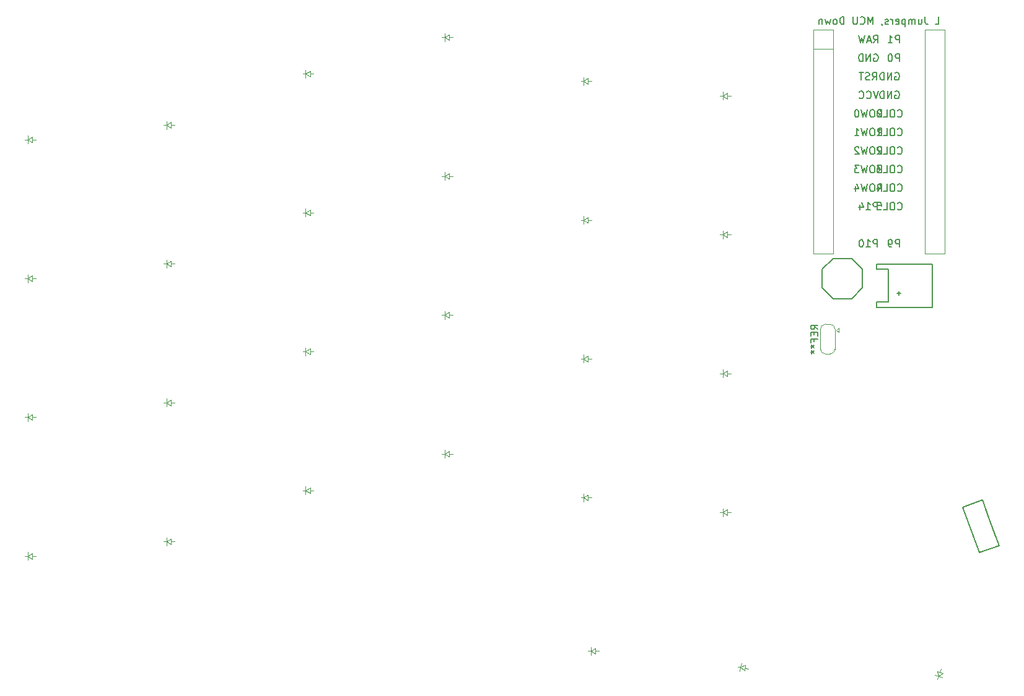
<source format=gbr>
%TF.GenerationSoftware,KiCad,Pcbnew,8.0.5-8.0.5-0~ubuntu20.04.1*%
%TF.CreationDate,2024-10-07T16:46:15+02:00*%
%TF.ProjectId,keyboard_pcb,6b657962-6f61-4726-945f-7063622e6b69,v1.0.0*%
%TF.SameCoordinates,Original*%
%TF.FileFunction,Legend,Bot*%
%TF.FilePolarity,Positive*%
%FSLAX46Y46*%
G04 Gerber Fmt 4.6, Leading zero omitted, Abs format (unit mm)*
G04 Created by KiCad (PCBNEW 8.0.5-8.0.5-0~ubuntu20.04.1) date 2024-10-07 16:46:15*
%MOMM*%
%LPD*%
G01*
G04 APERTURE LIST*
%ADD10C,0.150000*%
%ADD11C,0.100000*%
%ADD12C,0.120000*%
G04 APERTURE END LIST*
D10*
X215811904Y-97454819D02*
X216145237Y-96978628D01*
X216383332Y-97454819D02*
X216383332Y-96454819D01*
X216383332Y-96454819D02*
X216002380Y-96454819D01*
X216002380Y-96454819D02*
X215907142Y-96502438D01*
X215907142Y-96502438D02*
X215859523Y-96550057D01*
X215859523Y-96550057D02*
X215811904Y-96645295D01*
X215811904Y-96645295D02*
X215811904Y-96788152D01*
X215811904Y-96788152D02*
X215859523Y-96883390D01*
X215859523Y-96883390D02*
X215907142Y-96931009D01*
X215907142Y-96931009D02*
X216002380Y-96978628D01*
X216002380Y-96978628D02*
X216383332Y-96978628D01*
X215192856Y-96454819D02*
X215002380Y-96454819D01*
X215002380Y-96454819D02*
X214907142Y-96502438D01*
X214907142Y-96502438D02*
X214811904Y-96597676D01*
X214811904Y-96597676D02*
X214764285Y-96788152D01*
X214764285Y-96788152D02*
X214764285Y-97121485D01*
X214764285Y-97121485D02*
X214811904Y-97311961D01*
X214811904Y-97311961D02*
X214907142Y-97407200D01*
X214907142Y-97407200D02*
X215002380Y-97454819D01*
X215002380Y-97454819D02*
X215192856Y-97454819D01*
X215192856Y-97454819D02*
X215288094Y-97407200D01*
X215288094Y-97407200D02*
X215383332Y-97311961D01*
X215383332Y-97311961D02*
X215430951Y-97121485D01*
X215430951Y-97121485D02*
X215430951Y-96788152D01*
X215430951Y-96788152D02*
X215383332Y-96597676D01*
X215383332Y-96597676D02*
X215288094Y-96502438D01*
X215288094Y-96502438D02*
X215192856Y-96454819D01*
X214430951Y-96454819D02*
X214192856Y-97454819D01*
X214192856Y-97454819D02*
X214002380Y-96740533D01*
X214002380Y-96740533D02*
X213811904Y-97454819D01*
X213811904Y-97454819D02*
X213573809Y-96454819D01*
X212669047Y-97454819D02*
X213240475Y-97454819D01*
X212954761Y-97454819D02*
X212954761Y-96454819D01*
X212954761Y-96454819D02*
X213049999Y-96597676D01*
X213049999Y-96597676D02*
X213145237Y-96692914D01*
X213145237Y-96692914D02*
X213240475Y-96740533D01*
X218545238Y-107519580D02*
X218592857Y-107567200D01*
X218592857Y-107567200D02*
X218735714Y-107614819D01*
X218735714Y-107614819D02*
X218830952Y-107614819D01*
X218830952Y-107614819D02*
X218973809Y-107567200D01*
X218973809Y-107567200D02*
X219069047Y-107471961D01*
X219069047Y-107471961D02*
X219116666Y-107376723D01*
X219116666Y-107376723D02*
X219164285Y-107186247D01*
X219164285Y-107186247D02*
X219164285Y-107043390D01*
X219164285Y-107043390D02*
X219116666Y-106852914D01*
X219116666Y-106852914D02*
X219069047Y-106757676D01*
X219069047Y-106757676D02*
X218973809Y-106662438D01*
X218973809Y-106662438D02*
X218830952Y-106614819D01*
X218830952Y-106614819D02*
X218735714Y-106614819D01*
X218735714Y-106614819D02*
X218592857Y-106662438D01*
X218592857Y-106662438D02*
X218545238Y-106710057D01*
X217926190Y-106614819D02*
X217735714Y-106614819D01*
X217735714Y-106614819D02*
X217640476Y-106662438D01*
X217640476Y-106662438D02*
X217545238Y-106757676D01*
X217545238Y-106757676D02*
X217497619Y-106948152D01*
X217497619Y-106948152D02*
X217497619Y-107281485D01*
X217497619Y-107281485D02*
X217545238Y-107471961D01*
X217545238Y-107471961D02*
X217640476Y-107567200D01*
X217640476Y-107567200D02*
X217735714Y-107614819D01*
X217735714Y-107614819D02*
X217926190Y-107614819D01*
X217926190Y-107614819D02*
X218021428Y-107567200D01*
X218021428Y-107567200D02*
X218116666Y-107471961D01*
X218116666Y-107471961D02*
X218164285Y-107281485D01*
X218164285Y-107281485D02*
X218164285Y-106948152D01*
X218164285Y-106948152D02*
X218116666Y-106757676D01*
X218116666Y-106757676D02*
X218021428Y-106662438D01*
X218021428Y-106662438D02*
X217926190Y-106614819D01*
X216592857Y-107614819D02*
X217069047Y-107614819D01*
X217069047Y-107614819D02*
X217069047Y-106614819D01*
X215783333Y-106614819D02*
X216259523Y-106614819D01*
X216259523Y-106614819D02*
X216307142Y-107091009D01*
X216307142Y-107091009D02*
X216259523Y-107043390D01*
X216259523Y-107043390D02*
X216164285Y-106995771D01*
X216164285Y-106995771D02*
X215926190Y-106995771D01*
X215926190Y-106995771D02*
X215830952Y-107043390D01*
X215830952Y-107043390D02*
X215783333Y-107091009D01*
X215783333Y-107091009D02*
X215735714Y-107186247D01*
X215735714Y-107186247D02*
X215735714Y-107424342D01*
X215735714Y-107424342D02*
X215783333Y-107519580D01*
X215783333Y-107519580D02*
X215830952Y-107567200D01*
X215830952Y-107567200D02*
X215926190Y-107614819D01*
X215926190Y-107614819D02*
X216164285Y-107614819D01*
X216164285Y-107614819D02*
X216259523Y-107567200D01*
X216259523Y-107567200D02*
X216307142Y-107519580D01*
X218778094Y-87294819D02*
X218778094Y-86294819D01*
X218778094Y-86294819D02*
X218397142Y-86294819D01*
X218397142Y-86294819D02*
X218301904Y-86342438D01*
X218301904Y-86342438D02*
X218254285Y-86390057D01*
X218254285Y-86390057D02*
X218206666Y-86485295D01*
X218206666Y-86485295D02*
X218206666Y-86628152D01*
X218206666Y-86628152D02*
X218254285Y-86723390D01*
X218254285Y-86723390D02*
X218301904Y-86771009D01*
X218301904Y-86771009D02*
X218397142Y-86818628D01*
X218397142Y-86818628D02*
X218778094Y-86818628D01*
X217587618Y-86294819D02*
X217492380Y-86294819D01*
X217492380Y-86294819D02*
X217397142Y-86342438D01*
X217397142Y-86342438D02*
X217349523Y-86390057D01*
X217349523Y-86390057D02*
X217301904Y-86485295D01*
X217301904Y-86485295D02*
X217254285Y-86675771D01*
X217254285Y-86675771D02*
X217254285Y-86913866D01*
X217254285Y-86913866D02*
X217301904Y-87104342D01*
X217301904Y-87104342D02*
X217349523Y-87199580D01*
X217349523Y-87199580D02*
X217397142Y-87247200D01*
X217397142Y-87247200D02*
X217492380Y-87294819D01*
X217492380Y-87294819D02*
X217587618Y-87294819D01*
X217587618Y-87294819D02*
X217682856Y-87247200D01*
X217682856Y-87247200D02*
X217730475Y-87199580D01*
X217730475Y-87199580D02*
X217778094Y-87104342D01*
X217778094Y-87104342D02*
X217825713Y-86913866D01*
X217825713Y-86913866D02*
X217825713Y-86675771D01*
X217825713Y-86675771D02*
X217778094Y-86485295D01*
X217778094Y-86485295D02*
X217730475Y-86390057D01*
X217730475Y-86390057D02*
X217682856Y-86342438D01*
X217682856Y-86342438D02*
X217587618Y-86294819D01*
X215311904Y-86342438D02*
X215407142Y-86294819D01*
X215407142Y-86294819D02*
X215549999Y-86294819D01*
X215549999Y-86294819D02*
X215692856Y-86342438D01*
X215692856Y-86342438D02*
X215788094Y-86437676D01*
X215788094Y-86437676D02*
X215835713Y-86532914D01*
X215835713Y-86532914D02*
X215883332Y-86723390D01*
X215883332Y-86723390D02*
X215883332Y-86866247D01*
X215883332Y-86866247D02*
X215835713Y-87056723D01*
X215835713Y-87056723D02*
X215788094Y-87151961D01*
X215788094Y-87151961D02*
X215692856Y-87247200D01*
X215692856Y-87247200D02*
X215549999Y-87294819D01*
X215549999Y-87294819D02*
X215454761Y-87294819D01*
X215454761Y-87294819D02*
X215311904Y-87247200D01*
X215311904Y-87247200D02*
X215264285Y-87199580D01*
X215264285Y-87199580D02*
X215264285Y-86866247D01*
X215264285Y-86866247D02*
X215454761Y-86866247D01*
X214835713Y-87294819D02*
X214835713Y-86294819D01*
X214835713Y-86294819D02*
X214264285Y-87294819D01*
X214264285Y-87294819D02*
X214264285Y-86294819D01*
X213788094Y-87294819D02*
X213788094Y-86294819D01*
X213788094Y-86294819D02*
X213549999Y-86294819D01*
X213549999Y-86294819D02*
X213407142Y-86342438D01*
X213407142Y-86342438D02*
X213311904Y-86437676D01*
X213311904Y-86437676D02*
X213264285Y-86532914D01*
X213264285Y-86532914D02*
X213216666Y-86723390D01*
X213216666Y-86723390D02*
X213216666Y-86866247D01*
X213216666Y-86866247D02*
X213264285Y-87056723D01*
X213264285Y-87056723D02*
X213311904Y-87151961D01*
X213311904Y-87151961D02*
X213407142Y-87247200D01*
X213407142Y-87247200D02*
X213549999Y-87294819D01*
X213549999Y-87294819D02*
X213788094Y-87294819D01*
X215811904Y-102534819D02*
X216145237Y-102058628D01*
X216383332Y-102534819D02*
X216383332Y-101534819D01*
X216383332Y-101534819D02*
X216002380Y-101534819D01*
X216002380Y-101534819D02*
X215907142Y-101582438D01*
X215907142Y-101582438D02*
X215859523Y-101630057D01*
X215859523Y-101630057D02*
X215811904Y-101725295D01*
X215811904Y-101725295D02*
X215811904Y-101868152D01*
X215811904Y-101868152D02*
X215859523Y-101963390D01*
X215859523Y-101963390D02*
X215907142Y-102011009D01*
X215907142Y-102011009D02*
X216002380Y-102058628D01*
X216002380Y-102058628D02*
X216383332Y-102058628D01*
X215192856Y-101534819D02*
X215002380Y-101534819D01*
X215002380Y-101534819D02*
X214907142Y-101582438D01*
X214907142Y-101582438D02*
X214811904Y-101677676D01*
X214811904Y-101677676D02*
X214764285Y-101868152D01*
X214764285Y-101868152D02*
X214764285Y-102201485D01*
X214764285Y-102201485D02*
X214811904Y-102391961D01*
X214811904Y-102391961D02*
X214907142Y-102487200D01*
X214907142Y-102487200D02*
X215002380Y-102534819D01*
X215002380Y-102534819D02*
X215192856Y-102534819D01*
X215192856Y-102534819D02*
X215288094Y-102487200D01*
X215288094Y-102487200D02*
X215383332Y-102391961D01*
X215383332Y-102391961D02*
X215430951Y-102201485D01*
X215430951Y-102201485D02*
X215430951Y-101868152D01*
X215430951Y-101868152D02*
X215383332Y-101677676D01*
X215383332Y-101677676D02*
X215288094Y-101582438D01*
X215288094Y-101582438D02*
X215192856Y-101534819D01*
X214430951Y-101534819D02*
X214192856Y-102534819D01*
X214192856Y-102534819D02*
X214002380Y-101820533D01*
X214002380Y-101820533D02*
X213811904Y-102534819D01*
X213811904Y-102534819D02*
X213573809Y-101534819D01*
X213288094Y-101534819D02*
X212669047Y-101534819D01*
X212669047Y-101534819D02*
X213002380Y-101915771D01*
X213002380Y-101915771D02*
X212859523Y-101915771D01*
X212859523Y-101915771D02*
X212764285Y-101963390D01*
X212764285Y-101963390D02*
X212716666Y-102011009D01*
X212716666Y-102011009D02*
X212669047Y-102106247D01*
X212669047Y-102106247D02*
X212669047Y-102344342D01*
X212669047Y-102344342D02*
X212716666Y-102439580D01*
X212716666Y-102439580D02*
X212764285Y-102487200D01*
X212764285Y-102487200D02*
X212859523Y-102534819D01*
X212859523Y-102534819D02*
X213145237Y-102534819D01*
X213145237Y-102534819D02*
X213240475Y-102487200D01*
X213240475Y-102487200D02*
X213288094Y-102439580D01*
X218545238Y-99899580D02*
X218592857Y-99947200D01*
X218592857Y-99947200D02*
X218735714Y-99994819D01*
X218735714Y-99994819D02*
X218830952Y-99994819D01*
X218830952Y-99994819D02*
X218973809Y-99947200D01*
X218973809Y-99947200D02*
X219069047Y-99851961D01*
X219069047Y-99851961D02*
X219116666Y-99756723D01*
X219116666Y-99756723D02*
X219164285Y-99566247D01*
X219164285Y-99566247D02*
X219164285Y-99423390D01*
X219164285Y-99423390D02*
X219116666Y-99232914D01*
X219116666Y-99232914D02*
X219069047Y-99137676D01*
X219069047Y-99137676D02*
X218973809Y-99042438D01*
X218973809Y-99042438D02*
X218830952Y-98994819D01*
X218830952Y-98994819D02*
X218735714Y-98994819D01*
X218735714Y-98994819D02*
X218592857Y-99042438D01*
X218592857Y-99042438D02*
X218545238Y-99090057D01*
X217926190Y-98994819D02*
X217735714Y-98994819D01*
X217735714Y-98994819D02*
X217640476Y-99042438D01*
X217640476Y-99042438D02*
X217545238Y-99137676D01*
X217545238Y-99137676D02*
X217497619Y-99328152D01*
X217497619Y-99328152D02*
X217497619Y-99661485D01*
X217497619Y-99661485D02*
X217545238Y-99851961D01*
X217545238Y-99851961D02*
X217640476Y-99947200D01*
X217640476Y-99947200D02*
X217735714Y-99994819D01*
X217735714Y-99994819D02*
X217926190Y-99994819D01*
X217926190Y-99994819D02*
X218021428Y-99947200D01*
X218021428Y-99947200D02*
X218116666Y-99851961D01*
X218116666Y-99851961D02*
X218164285Y-99661485D01*
X218164285Y-99661485D02*
X218164285Y-99328152D01*
X218164285Y-99328152D02*
X218116666Y-99137676D01*
X218116666Y-99137676D02*
X218021428Y-99042438D01*
X218021428Y-99042438D02*
X217926190Y-98994819D01*
X216592857Y-99994819D02*
X217069047Y-99994819D01*
X217069047Y-99994819D02*
X217069047Y-98994819D01*
X216307142Y-99090057D02*
X216259523Y-99042438D01*
X216259523Y-99042438D02*
X216164285Y-98994819D01*
X216164285Y-98994819D02*
X215926190Y-98994819D01*
X215926190Y-98994819D02*
X215830952Y-99042438D01*
X215830952Y-99042438D02*
X215783333Y-99090057D01*
X215783333Y-99090057D02*
X215735714Y-99185295D01*
X215735714Y-99185295D02*
X215735714Y-99280533D01*
X215735714Y-99280533D02*
X215783333Y-99423390D01*
X215783333Y-99423390D02*
X216354761Y-99994819D01*
X216354761Y-99994819D02*
X215735714Y-99994819D01*
X218545238Y-102439580D02*
X218592857Y-102487200D01*
X218592857Y-102487200D02*
X218735714Y-102534819D01*
X218735714Y-102534819D02*
X218830952Y-102534819D01*
X218830952Y-102534819D02*
X218973809Y-102487200D01*
X218973809Y-102487200D02*
X219069047Y-102391961D01*
X219069047Y-102391961D02*
X219116666Y-102296723D01*
X219116666Y-102296723D02*
X219164285Y-102106247D01*
X219164285Y-102106247D02*
X219164285Y-101963390D01*
X219164285Y-101963390D02*
X219116666Y-101772914D01*
X219116666Y-101772914D02*
X219069047Y-101677676D01*
X219069047Y-101677676D02*
X218973809Y-101582438D01*
X218973809Y-101582438D02*
X218830952Y-101534819D01*
X218830952Y-101534819D02*
X218735714Y-101534819D01*
X218735714Y-101534819D02*
X218592857Y-101582438D01*
X218592857Y-101582438D02*
X218545238Y-101630057D01*
X217926190Y-101534819D02*
X217735714Y-101534819D01*
X217735714Y-101534819D02*
X217640476Y-101582438D01*
X217640476Y-101582438D02*
X217545238Y-101677676D01*
X217545238Y-101677676D02*
X217497619Y-101868152D01*
X217497619Y-101868152D02*
X217497619Y-102201485D01*
X217497619Y-102201485D02*
X217545238Y-102391961D01*
X217545238Y-102391961D02*
X217640476Y-102487200D01*
X217640476Y-102487200D02*
X217735714Y-102534819D01*
X217735714Y-102534819D02*
X217926190Y-102534819D01*
X217926190Y-102534819D02*
X218021428Y-102487200D01*
X218021428Y-102487200D02*
X218116666Y-102391961D01*
X218116666Y-102391961D02*
X218164285Y-102201485D01*
X218164285Y-102201485D02*
X218164285Y-101868152D01*
X218164285Y-101868152D02*
X218116666Y-101677676D01*
X218116666Y-101677676D02*
X218021428Y-101582438D01*
X218021428Y-101582438D02*
X217926190Y-101534819D01*
X216592857Y-102534819D02*
X217069047Y-102534819D01*
X217069047Y-102534819D02*
X217069047Y-101534819D01*
X216354761Y-101534819D02*
X215735714Y-101534819D01*
X215735714Y-101534819D02*
X216069047Y-101915771D01*
X216069047Y-101915771D02*
X215926190Y-101915771D01*
X215926190Y-101915771D02*
X215830952Y-101963390D01*
X215830952Y-101963390D02*
X215783333Y-102011009D01*
X215783333Y-102011009D02*
X215735714Y-102106247D01*
X215735714Y-102106247D02*
X215735714Y-102344342D01*
X215735714Y-102344342D02*
X215783333Y-102439580D01*
X215783333Y-102439580D02*
X215830952Y-102487200D01*
X215830952Y-102487200D02*
X215926190Y-102534819D01*
X215926190Y-102534819D02*
X216211904Y-102534819D01*
X216211904Y-102534819D02*
X216307142Y-102487200D01*
X216307142Y-102487200D02*
X216354761Y-102439580D01*
X215764285Y-107614819D02*
X215764285Y-106614819D01*
X215764285Y-106614819D02*
X215383333Y-106614819D01*
X215383333Y-106614819D02*
X215288095Y-106662438D01*
X215288095Y-106662438D02*
X215240476Y-106710057D01*
X215240476Y-106710057D02*
X215192857Y-106805295D01*
X215192857Y-106805295D02*
X215192857Y-106948152D01*
X215192857Y-106948152D02*
X215240476Y-107043390D01*
X215240476Y-107043390D02*
X215288095Y-107091009D01*
X215288095Y-107091009D02*
X215383333Y-107138628D01*
X215383333Y-107138628D02*
X215764285Y-107138628D01*
X214240476Y-107614819D02*
X214811904Y-107614819D01*
X214526190Y-107614819D02*
X214526190Y-106614819D01*
X214526190Y-106614819D02*
X214621428Y-106757676D01*
X214621428Y-106757676D02*
X214716666Y-106852914D01*
X214716666Y-106852914D02*
X214811904Y-106900533D01*
X213383333Y-106948152D02*
X213383333Y-107614819D01*
X213621428Y-106567200D02*
X213859523Y-107281485D01*
X213859523Y-107281485D02*
X213240476Y-107281485D01*
X218545238Y-94819580D02*
X218592857Y-94867200D01*
X218592857Y-94867200D02*
X218735714Y-94914819D01*
X218735714Y-94914819D02*
X218830952Y-94914819D01*
X218830952Y-94914819D02*
X218973809Y-94867200D01*
X218973809Y-94867200D02*
X219069047Y-94771961D01*
X219069047Y-94771961D02*
X219116666Y-94676723D01*
X219116666Y-94676723D02*
X219164285Y-94486247D01*
X219164285Y-94486247D02*
X219164285Y-94343390D01*
X219164285Y-94343390D02*
X219116666Y-94152914D01*
X219116666Y-94152914D02*
X219069047Y-94057676D01*
X219069047Y-94057676D02*
X218973809Y-93962438D01*
X218973809Y-93962438D02*
X218830952Y-93914819D01*
X218830952Y-93914819D02*
X218735714Y-93914819D01*
X218735714Y-93914819D02*
X218592857Y-93962438D01*
X218592857Y-93962438D02*
X218545238Y-94010057D01*
X217926190Y-93914819D02*
X217735714Y-93914819D01*
X217735714Y-93914819D02*
X217640476Y-93962438D01*
X217640476Y-93962438D02*
X217545238Y-94057676D01*
X217545238Y-94057676D02*
X217497619Y-94248152D01*
X217497619Y-94248152D02*
X217497619Y-94581485D01*
X217497619Y-94581485D02*
X217545238Y-94771961D01*
X217545238Y-94771961D02*
X217640476Y-94867200D01*
X217640476Y-94867200D02*
X217735714Y-94914819D01*
X217735714Y-94914819D02*
X217926190Y-94914819D01*
X217926190Y-94914819D02*
X218021428Y-94867200D01*
X218021428Y-94867200D02*
X218116666Y-94771961D01*
X218116666Y-94771961D02*
X218164285Y-94581485D01*
X218164285Y-94581485D02*
X218164285Y-94248152D01*
X218164285Y-94248152D02*
X218116666Y-94057676D01*
X218116666Y-94057676D02*
X218021428Y-93962438D01*
X218021428Y-93962438D02*
X217926190Y-93914819D01*
X216592857Y-94914819D02*
X217069047Y-94914819D01*
X217069047Y-94914819D02*
X217069047Y-93914819D01*
X216069047Y-93914819D02*
X215973809Y-93914819D01*
X215973809Y-93914819D02*
X215878571Y-93962438D01*
X215878571Y-93962438D02*
X215830952Y-94010057D01*
X215830952Y-94010057D02*
X215783333Y-94105295D01*
X215783333Y-94105295D02*
X215735714Y-94295771D01*
X215735714Y-94295771D02*
X215735714Y-94533866D01*
X215735714Y-94533866D02*
X215783333Y-94724342D01*
X215783333Y-94724342D02*
X215830952Y-94819580D01*
X215830952Y-94819580D02*
X215878571Y-94867200D01*
X215878571Y-94867200D02*
X215973809Y-94914819D01*
X215973809Y-94914819D02*
X216069047Y-94914819D01*
X216069047Y-94914819D02*
X216164285Y-94867200D01*
X216164285Y-94867200D02*
X216211904Y-94819580D01*
X216211904Y-94819580D02*
X216259523Y-94724342D01*
X216259523Y-94724342D02*
X216307142Y-94533866D01*
X216307142Y-94533866D02*
X216307142Y-94295771D01*
X216307142Y-94295771D02*
X216259523Y-94105295D01*
X216259523Y-94105295D02*
X216211904Y-94010057D01*
X216211904Y-94010057D02*
X216164285Y-93962438D01*
X216164285Y-93962438D02*
X216069047Y-93914819D01*
X218211904Y-91422438D02*
X218307142Y-91374819D01*
X218307142Y-91374819D02*
X218449999Y-91374819D01*
X218449999Y-91374819D02*
X218592856Y-91422438D01*
X218592856Y-91422438D02*
X218688094Y-91517676D01*
X218688094Y-91517676D02*
X218735713Y-91612914D01*
X218735713Y-91612914D02*
X218783332Y-91803390D01*
X218783332Y-91803390D02*
X218783332Y-91946247D01*
X218783332Y-91946247D02*
X218735713Y-92136723D01*
X218735713Y-92136723D02*
X218688094Y-92231961D01*
X218688094Y-92231961D02*
X218592856Y-92327200D01*
X218592856Y-92327200D02*
X218449999Y-92374819D01*
X218449999Y-92374819D02*
X218354761Y-92374819D01*
X218354761Y-92374819D02*
X218211904Y-92327200D01*
X218211904Y-92327200D02*
X218164285Y-92279580D01*
X218164285Y-92279580D02*
X218164285Y-91946247D01*
X218164285Y-91946247D02*
X218354761Y-91946247D01*
X217735713Y-92374819D02*
X217735713Y-91374819D01*
X217735713Y-91374819D02*
X217164285Y-92374819D01*
X217164285Y-92374819D02*
X217164285Y-91374819D01*
X216688094Y-92374819D02*
X216688094Y-91374819D01*
X216688094Y-91374819D02*
X216449999Y-91374819D01*
X216449999Y-91374819D02*
X216307142Y-91422438D01*
X216307142Y-91422438D02*
X216211904Y-91517676D01*
X216211904Y-91517676D02*
X216164285Y-91612914D01*
X216164285Y-91612914D02*
X216116666Y-91803390D01*
X216116666Y-91803390D02*
X216116666Y-91946247D01*
X216116666Y-91946247D02*
X216164285Y-92136723D01*
X216164285Y-92136723D02*
X216211904Y-92231961D01*
X216211904Y-92231961D02*
X216307142Y-92327200D01*
X216307142Y-92327200D02*
X216449999Y-92374819D01*
X216449999Y-92374819D02*
X216688094Y-92374819D01*
X215764285Y-112694819D02*
X215764285Y-111694819D01*
X215764285Y-111694819D02*
X215383333Y-111694819D01*
X215383333Y-111694819D02*
X215288095Y-111742438D01*
X215288095Y-111742438D02*
X215240476Y-111790057D01*
X215240476Y-111790057D02*
X215192857Y-111885295D01*
X215192857Y-111885295D02*
X215192857Y-112028152D01*
X215192857Y-112028152D02*
X215240476Y-112123390D01*
X215240476Y-112123390D02*
X215288095Y-112171009D01*
X215288095Y-112171009D02*
X215383333Y-112218628D01*
X215383333Y-112218628D02*
X215764285Y-112218628D01*
X214240476Y-112694819D02*
X214811904Y-112694819D01*
X214526190Y-112694819D02*
X214526190Y-111694819D01*
X214526190Y-111694819D02*
X214621428Y-111837676D01*
X214621428Y-111837676D02*
X214716666Y-111932914D01*
X214716666Y-111932914D02*
X214811904Y-111980533D01*
X213621428Y-111694819D02*
X213526190Y-111694819D01*
X213526190Y-111694819D02*
X213430952Y-111742438D01*
X213430952Y-111742438D02*
X213383333Y-111790057D01*
X213383333Y-111790057D02*
X213335714Y-111885295D01*
X213335714Y-111885295D02*
X213288095Y-112075771D01*
X213288095Y-112075771D02*
X213288095Y-112313866D01*
X213288095Y-112313866D02*
X213335714Y-112504342D01*
X213335714Y-112504342D02*
X213383333Y-112599580D01*
X213383333Y-112599580D02*
X213430952Y-112647200D01*
X213430952Y-112647200D02*
X213526190Y-112694819D01*
X213526190Y-112694819D02*
X213621428Y-112694819D01*
X213621428Y-112694819D02*
X213716666Y-112647200D01*
X213716666Y-112647200D02*
X213764285Y-112599580D01*
X213764285Y-112599580D02*
X213811904Y-112504342D01*
X213811904Y-112504342D02*
X213859523Y-112313866D01*
X213859523Y-112313866D02*
X213859523Y-112075771D01*
X213859523Y-112075771D02*
X213811904Y-111885295D01*
X213811904Y-111885295D02*
X213764285Y-111790057D01*
X213764285Y-111790057D02*
X213716666Y-111742438D01*
X213716666Y-111742438D02*
X213621428Y-111694819D01*
X218778094Y-84754819D02*
X218778094Y-83754819D01*
X218778094Y-83754819D02*
X218397142Y-83754819D01*
X218397142Y-83754819D02*
X218301904Y-83802438D01*
X218301904Y-83802438D02*
X218254285Y-83850057D01*
X218254285Y-83850057D02*
X218206666Y-83945295D01*
X218206666Y-83945295D02*
X218206666Y-84088152D01*
X218206666Y-84088152D02*
X218254285Y-84183390D01*
X218254285Y-84183390D02*
X218301904Y-84231009D01*
X218301904Y-84231009D02*
X218397142Y-84278628D01*
X218397142Y-84278628D02*
X218778094Y-84278628D01*
X217254285Y-84754819D02*
X217825713Y-84754819D01*
X217539999Y-84754819D02*
X217539999Y-83754819D01*
X217539999Y-83754819D02*
X217635237Y-83897676D01*
X217635237Y-83897676D02*
X217730475Y-83992914D01*
X217730475Y-83992914D02*
X217825713Y-84040533D01*
X218778094Y-112694819D02*
X218778094Y-111694819D01*
X218778094Y-111694819D02*
X218397142Y-111694819D01*
X218397142Y-111694819D02*
X218301904Y-111742438D01*
X218301904Y-111742438D02*
X218254285Y-111790057D01*
X218254285Y-111790057D02*
X218206666Y-111885295D01*
X218206666Y-111885295D02*
X218206666Y-112028152D01*
X218206666Y-112028152D02*
X218254285Y-112123390D01*
X218254285Y-112123390D02*
X218301904Y-112171009D01*
X218301904Y-112171009D02*
X218397142Y-112218628D01*
X218397142Y-112218628D02*
X218778094Y-112218628D01*
X217730475Y-112694819D02*
X217539999Y-112694819D01*
X217539999Y-112694819D02*
X217444761Y-112647200D01*
X217444761Y-112647200D02*
X217397142Y-112599580D01*
X217397142Y-112599580D02*
X217301904Y-112456723D01*
X217301904Y-112456723D02*
X217254285Y-112266247D01*
X217254285Y-112266247D02*
X217254285Y-111885295D01*
X217254285Y-111885295D02*
X217301904Y-111790057D01*
X217301904Y-111790057D02*
X217349523Y-111742438D01*
X217349523Y-111742438D02*
X217444761Y-111694819D01*
X217444761Y-111694819D02*
X217635237Y-111694819D01*
X217635237Y-111694819D02*
X217730475Y-111742438D01*
X217730475Y-111742438D02*
X217778094Y-111790057D01*
X217778094Y-111790057D02*
X217825713Y-111885295D01*
X217825713Y-111885295D02*
X217825713Y-112123390D01*
X217825713Y-112123390D02*
X217778094Y-112218628D01*
X217778094Y-112218628D02*
X217730475Y-112266247D01*
X217730475Y-112266247D02*
X217635237Y-112313866D01*
X217635237Y-112313866D02*
X217444761Y-112313866D01*
X217444761Y-112313866D02*
X217349523Y-112266247D01*
X217349523Y-112266247D02*
X217301904Y-112218628D01*
X217301904Y-112218628D02*
X217254285Y-112123390D01*
X215097619Y-89834819D02*
X215430952Y-89358628D01*
X215669047Y-89834819D02*
X215669047Y-88834819D01*
X215669047Y-88834819D02*
X215288095Y-88834819D01*
X215288095Y-88834819D02*
X215192857Y-88882438D01*
X215192857Y-88882438D02*
X215145238Y-88930057D01*
X215145238Y-88930057D02*
X215097619Y-89025295D01*
X215097619Y-89025295D02*
X215097619Y-89168152D01*
X215097619Y-89168152D02*
X215145238Y-89263390D01*
X215145238Y-89263390D02*
X215192857Y-89311009D01*
X215192857Y-89311009D02*
X215288095Y-89358628D01*
X215288095Y-89358628D02*
X215669047Y-89358628D01*
X214716666Y-89787200D02*
X214573809Y-89834819D01*
X214573809Y-89834819D02*
X214335714Y-89834819D01*
X214335714Y-89834819D02*
X214240476Y-89787200D01*
X214240476Y-89787200D02*
X214192857Y-89739580D01*
X214192857Y-89739580D02*
X214145238Y-89644342D01*
X214145238Y-89644342D02*
X214145238Y-89549104D01*
X214145238Y-89549104D02*
X214192857Y-89453866D01*
X214192857Y-89453866D02*
X214240476Y-89406247D01*
X214240476Y-89406247D02*
X214335714Y-89358628D01*
X214335714Y-89358628D02*
X214526190Y-89311009D01*
X214526190Y-89311009D02*
X214621428Y-89263390D01*
X214621428Y-89263390D02*
X214669047Y-89215771D01*
X214669047Y-89215771D02*
X214716666Y-89120533D01*
X214716666Y-89120533D02*
X214716666Y-89025295D01*
X214716666Y-89025295D02*
X214669047Y-88930057D01*
X214669047Y-88930057D02*
X214621428Y-88882438D01*
X214621428Y-88882438D02*
X214526190Y-88834819D01*
X214526190Y-88834819D02*
X214288095Y-88834819D01*
X214288095Y-88834819D02*
X214145238Y-88882438D01*
X213859523Y-88834819D02*
X213288095Y-88834819D01*
X213573809Y-89834819D02*
X213573809Y-88834819D01*
X215811904Y-94914819D02*
X216145237Y-94438628D01*
X216383332Y-94914819D02*
X216383332Y-93914819D01*
X216383332Y-93914819D02*
X216002380Y-93914819D01*
X216002380Y-93914819D02*
X215907142Y-93962438D01*
X215907142Y-93962438D02*
X215859523Y-94010057D01*
X215859523Y-94010057D02*
X215811904Y-94105295D01*
X215811904Y-94105295D02*
X215811904Y-94248152D01*
X215811904Y-94248152D02*
X215859523Y-94343390D01*
X215859523Y-94343390D02*
X215907142Y-94391009D01*
X215907142Y-94391009D02*
X216002380Y-94438628D01*
X216002380Y-94438628D02*
X216383332Y-94438628D01*
X215192856Y-93914819D02*
X215002380Y-93914819D01*
X215002380Y-93914819D02*
X214907142Y-93962438D01*
X214907142Y-93962438D02*
X214811904Y-94057676D01*
X214811904Y-94057676D02*
X214764285Y-94248152D01*
X214764285Y-94248152D02*
X214764285Y-94581485D01*
X214764285Y-94581485D02*
X214811904Y-94771961D01*
X214811904Y-94771961D02*
X214907142Y-94867200D01*
X214907142Y-94867200D02*
X215002380Y-94914819D01*
X215002380Y-94914819D02*
X215192856Y-94914819D01*
X215192856Y-94914819D02*
X215288094Y-94867200D01*
X215288094Y-94867200D02*
X215383332Y-94771961D01*
X215383332Y-94771961D02*
X215430951Y-94581485D01*
X215430951Y-94581485D02*
X215430951Y-94248152D01*
X215430951Y-94248152D02*
X215383332Y-94057676D01*
X215383332Y-94057676D02*
X215288094Y-93962438D01*
X215288094Y-93962438D02*
X215192856Y-93914819D01*
X214430951Y-93914819D02*
X214192856Y-94914819D01*
X214192856Y-94914819D02*
X214002380Y-94200533D01*
X214002380Y-94200533D02*
X213811904Y-94914819D01*
X213811904Y-94914819D02*
X213573809Y-93914819D01*
X213002380Y-93914819D02*
X212907142Y-93914819D01*
X212907142Y-93914819D02*
X212811904Y-93962438D01*
X212811904Y-93962438D02*
X212764285Y-94010057D01*
X212764285Y-94010057D02*
X212716666Y-94105295D01*
X212716666Y-94105295D02*
X212669047Y-94295771D01*
X212669047Y-94295771D02*
X212669047Y-94533866D01*
X212669047Y-94533866D02*
X212716666Y-94724342D01*
X212716666Y-94724342D02*
X212764285Y-94819580D01*
X212764285Y-94819580D02*
X212811904Y-94867200D01*
X212811904Y-94867200D02*
X212907142Y-94914819D01*
X212907142Y-94914819D02*
X213002380Y-94914819D01*
X213002380Y-94914819D02*
X213097618Y-94867200D01*
X213097618Y-94867200D02*
X213145237Y-94819580D01*
X213145237Y-94819580D02*
X213192856Y-94724342D01*
X213192856Y-94724342D02*
X213240475Y-94533866D01*
X213240475Y-94533866D02*
X213240475Y-94295771D01*
X213240475Y-94295771D02*
X213192856Y-94105295D01*
X213192856Y-94105295D02*
X213145237Y-94010057D01*
X213145237Y-94010057D02*
X213097618Y-93962438D01*
X213097618Y-93962438D02*
X213002380Y-93914819D01*
X218545238Y-104979580D02*
X218592857Y-105027200D01*
X218592857Y-105027200D02*
X218735714Y-105074819D01*
X218735714Y-105074819D02*
X218830952Y-105074819D01*
X218830952Y-105074819D02*
X218973809Y-105027200D01*
X218973809Y-105027200D02*
X219069047Y-104931961D01*
X219069047Y-104931961D02*
X219116666Y-104836723D01*
X219116666Y-104836723D02*
X219164285Y-104646247D01*
X219164285Y-104646247D02*
X219164285Y-104503390D01*
X219164285Y-104503390D02*
X219116666Y-104312914D01*
X219116666Y-104312914D02*
X219069047Y-104217676D01*
X219069047Y-104217676D02*
X218973809Y-104122438D01*
X218973809Y-104122438D02*
X218830952Y-104074819D01*
X218830952Y-104074819D02*
X218735714Y-104074819D01*
X218735714Y-104074819D02*
X218592857Y-104122438D01*
X218592857Y-104122438D02*
X218545238Y-104170057D01*
X217926190Y-104074819D02*
X217735714Y-104074819D01*
X217735714Y-104074819D02*
X217640476Y-104122438D01*
X217640476Y-104122438D02*
X217545238Y-104217676D01*
X217545238Y-104217676D02*
X217497619Y-104408152D01*
X217497619Y-104408152D02*
X217497619Y-104741485D01*
X217497619Y-104741485D02*
X217545238Y-104931961D01*
X217545238Y-104931961D02*
X217640476Y-105027200D01*
X217640476Y-105027200D02*
X217735714Y-105074819D01*
X217735714Y-105074819D02*
X217926190Y-105074819D01*
X217926190Y-105074819D02*
X218021428Y-105027200D01*
X218021428Y-105027200D02*
X218116666Y-104931961D01*
X218116666Y-104931961D02*
X218164285Y-104741485D01*
X218164285Y-104741485D02*
X218164285Y-104408152D01*
X218164285Y-104408152D02*
X218116666Y-104217676D01*
X218116666Y-104217676D02*
X218021428Y-104122438D01*
X218021428Y-104122438D02*
X217926190Y-104074819D01*
X216592857Y-105074819D02*
X217069047Y-105074819D01*
X217069047Y-105074819D02*
X217069047Y-104074819D01*
X215830952Y-104408152D02*
X215830952Y-105074819D01*
X216069047Y-104027200D02*
X216307142Y-104741485D01*
X216307142Y-104741485D02*
X215688095Y-104741485D01*
X215240476Y-84754819D02*
X215573809Y-84278628D01*
X215811904Y-84754819D02*
X215811904Y-83754819D01*
X215811904Y-83754819D02*
X215430952Y-83754819D01*
X215430952Y-83754819D02*
X215335714Y-83802438D01*
X215335714Y-83802438D02*
X215288095Y-83850057D01*
X215288095Y-83850057D02*
X215240476Y-83945295D01*
X215240476Y-83945295D02*
X215240476Y-84088152D01*
X215240476Y-84088152D02*
X215288095Y-84183390D01*
X215288095Y-84183390D02*
X215335714Y-84231009D01*
X215335714Y-84231009D02*
X215430952Y-84278628D01*
X215430952Y-84278628D02*
X215811904Y-84278628D01*
X214859523Y-84469104D02*
X214383333Y-84469104D01*
X214954761Y-84754819D02*
X214621428Y-83754819D01*
X214621428Y-83754819D02*
X214288095Y-84754819D01*
X214049999Y-83754819D02*
X213811904Y-84754819D01*
X213811904Y-84754819D02*
X213621428Y-84040533D01*
X213621428Y-84040533D02*
X213430952Y-84754819D01*
X213430952Y-84754819D02*
X213192857Y-83754819D01*
X218211904Y-88882438D02*
X218307142Y-88834819D01*
X218307142Y-88834819D02*
X218449999Y-88834819D01*
X218449999Y-88834819D02*
X218592856Y-88882438D01*
X218592856Y-88882438D02*
X218688094Y-88977676D01*
X218688094Y-88977676D02*
X218735713Y-89072914D01*
X218735713Y-89072914D02*
X218783332Y-89263390D01*
X218783332Y-89263390D02*
X218783332Y-89406247D01*
X218783332Y-89406247D02*
X218735713Y-89596723D01*
X218735713Y-89596723D02*
X218688094Y-89691961D01*
X218688094Y-89691961D02*
X218592856Y-89787200D01*
X218592856Y-89787200D02*
X218449999Y-89834819D01*
X218449999Y-89834819D02*
X218354761Y-89834819D01*
X218354761Y-89834819D02*
X218211904Y-89787200D01*
X218211904Y-89787200D02*
X218164285Y-89739580D01*
X218164285Y-89739580D02*
X218164285Y-89406247D01*
X218164285Y-89406247D02*
X218354761Y-89406247D01*
X217735713Y-89834819D02*
X217735713Y-88834819D01*
X217735713Y-88834819D02*
X217164285Y-89834819D01*
X217164285Y-89834819D02*
X217164285Y-88834819D01*
X216688094Y-89834819D02*
X216688094Y-88834819D01*
X216688094Y-88834819D02*
X216449999Y-88834819D01*
X216449999Y-88834819D02*
X216307142Y-88882438D01*
X216307142Y-88882438D02*
X216211904Y-88977676D01*
X216211904Y-88977676D02*
X216164285Y-89072914D01*
X216164285Y-89072914D02*
X216116666Y-89263390D01*
X216116666Y-89263390D02*
X216116666Y-89406247D01*
X216116666Y-89406247D02*
X216164285Y-89596723D01*
X216164285Y-89596723D02*
X216211904Y-89691961D01*
X216211904Y-89691961D02*
X216307142Y-89787200D01*
X216307142Y-89787200D02*
X216449999Y-89834819D01*
X216449999Y-89834819D02*
X216688094Y-89834819D01*
X215811904Y-99994819D02*
X216145237Y-99518628D01*
X216383332Y-99994819D02*
X216383332Y-98994819D01*
X216383332Y-98994819D02*
X216002380Y-98994819D01*
X216002380Y-98994819D02*
X215907142Y-99042438D01*
X215907142Y-99042438D02*
X215859523Y-99090057D01*
X215859523Y-99090057D02*
X215811904Y-99185295D01*
X215811904Y-99185295D02*
X215811904Y-99328152D01*
X215811904Y-99328152D02*
X215859523Y-99423390D01*
X215859523Y-99423390D02*
X215907142Y-99471009D01*
X215907142Y-99471009D02*
X216002380Y-99518628D01*
X216002380Y-99518628D02*
X216383332Y-99518628D01*
X215192856Y-98994819D02*
X215002380Y-98994819D01*
X215002380Y-98994819D02*
X214907142Y-99042438D01*
X214907142Y-99042438D02*
X214811904Y-99137676D01*
X214811904Y-99137676D02*
X214764285Y-99328152D01*
X214764285Y-99328152D02*
X214764285Y-99661485D01*
X214764285Y-99661485D02*
X214811904Y-99851961D01*
X214811904Y-99851961D02*
X214907142Y-99947200D01*
X214907142Y-99947200D02*
X215002380Y-99994819D01*
X215002380Y-99994819D02*
X215192856Y-99994819D01*
X215192856Y-99994819D02*
X215288094Y-99947200D01*
X215288094Y-99947200D02*
X215383332Y-99851961D01*
X215383332Y-99851961D02*
X215430951Y-99661485D01*
X215430951Y-99661485D02*
X215430951Y-99328152D01*
X215430951Y-99328152D02*
X215383332Y-99137676D01*
X215383332Y-99137676D02*
X215288094Y-99042438D01*
X215288094Y-99042438D02*
X215192856Y-98994819D01*
X214430951Y-98994819D02*
X214192856Y-99994819D01*
X214192856Y-99994819D02*
X214002380Y-99280533D01*
X214002380Y-99280533D02*
X213811904Y-99994819D01*
X213811904Y-99994819D02*
X213573809Y-98994819D01*
X213240475Y-99090057D02*
X213192856Y-99042438D01*
X213192856Y-99042438D02*
X213097618Y-98994819D01*
X213097618Y-98994819D02*
X212859523Y-98994819D01*
X212859523Y-98994819D02*
X212764285Y-99042438D01*
X212764285Y-99042438D02*
X212716666Y-99090057D01*
X212716666Y-99090057D02*
X212669047Y-99185295D01*
X212669047Y-99185295D02*
X212669047Y-99280533D01*
X212669047Y-99280533D02*
X212716666Y-99423390D01*
X212716666Y-99423390D02*
X213288094Y-99994819D01*
X213288094Y-99994819D02*
X212669047Y-99994819D01*
X215883332Y-91374819D02*
X215549999Y-92374819D01*
X215549999Y-92374819D02*
X215216666Y-91374819D01*
X214311904Y-92279580D02*
X214359523Y-92327200D01*
X214359523Y-92327200D02*
X214502380Y-92374819D01*
X214502380Y-92374819D02*
X214597618Y-92374819D01*
X214597618Y-92374819D02*
X214740475Y-92327200D01*
X214740475Y-92327200D02*
X214835713Y-92231961D01*
X214835713Y-92231961D02*
X214883332Y-92136723D01*
X214883332Y-92136723D02*
X214930951Y-91946247D01*
X214930951Y-91946247D02*
X214930951Y-91803390D01*
X214930951Y-91803390D02*
X214883332Y-91612914D01*
X214883332Y-91612914D02*
X214835713Y-91517676D01*
X214835713Y-91517676D02*
X214740475Y-91422438D01*
X214740475Y-91422438D02*
X214597618Y-91374819D01*
X214597618Y-91374819D02*
X214502380Y-91374819D01*
X214502380Y-91374819D02*
X214359523Y-91422438D01*
X214359523Y-91422438D02*
X214311904Y-91470057D01*
X213311904Y-92279580D02*
X213359523Y-92327200D01*
X213359523Y-92327200D02*
X213502380Y-92374819D01*
X213502380Y-92374819D02*
X213597618Y-92374819D01*
X213597618Y-92374819D02*
X213740475Y-92327200D01*
X213740475Y-92327200D02*
X213835713Y-92231961D01*
X213835713Y-92231961D02*
X213883332Y-92136723D01*
X213883332Y-92136723D02*
X213930951Y-91946247D01*
X213930951Y-91946247D02*
X213930951Y-91803390D01*
X213930951Y-91803390D02*
X213883332Y-91612914D01*
X213883332Y-91612914D02*
X213835713Y-91517676D01*
X213835713Y-91517676D02*
X213740475Y-91422438D01*
X213740475Y-91422438D02*
X213597618Y-91374819D01*
X213597618Y-91374819D02*
X213502380Y-91374819D01*
X213502380Y-91374819D02*
X213359523Y-91422438D01*
X213359523Y-91422438D02*
X213311904Y-91470057D01*
X215811904Y-105074819D02*
X216145237Y-104598628D01*
X216383332Y-105074819D02*
X216383332Y-104074819D01*
X216383332Y-104074819D02*
X216002380Y-104074819D01*
X216002380Y-104074819D02*
X215907142Y-104122438D01*
X215907142Y-104122438D02*
X215859523Y-104170057D01*
X215859523Y-104170057D02*
X215811904Y-104265295D01*
X215811904Y-104265295D02*
X215811904Y-104408152D01*
X215811904Y-104408152D02*
X215859523Y-104503390D01*
X215859523Y-104503390D02*
X215907142Y-104551009D01*
X215907142Y-104551009D02*
X216002380Y-104598628D01*
X216002380Y-104598628D02*
X216383332Y-104598628D01*
X215192856Y-104074819D02*
X215002380Y-104074819D01*
X215002380Y-104074819D02*
X214907142Y-104122438D01*
X214907142Y-104122438D02*
X214811904Y-104217676D01*
X214811904Y-104217676D02*
X214764285Y-104408152D01*
X214764285Y-104408152D02*
X214764285Y-104741485D01*
X214764285Y-104741485D02*
X214811904Y-104931961D01*
X214811904Y-104931961D02*
X214907142Y-105027200D01*
X214907142Y-105027200D02*
X215002380Y-105074819D01*
X215002380Y-105074819D02*
X215192856Y-105074819D01*
X215192856Y-105074819D02*
X215288094Y-105027200D01*
X215288094Y-105027200D02*
X215383332Y-104931961D01*
X215383332Y-104931961D02*
X215430951Y-104741485D01*
X215430951Y-104741485D02*
X215430951Y-104408152D01*
X215430951Y-104408152D02*
X215383332Y-104217676D01*
X215383332Y-104217676D02*
X215288094Y-104122438D01*
X215288094Y-104122438D02*
X215192856Y-104074819D01*
X214430951Y-104074819D02*
X214192856Y-105074819D01*
X214192856Y-105074819D02*
X214002380Y-104360533D01*
X214002380Y-104360533D02*
X213811904Y-105074819D01*
X213811904Y-105074819D02*
X213573809Y-104074819D01*
X212764285Y-104408152D02*
X212764285Y-105074819D01*
X213002380Y-104027200D02*
X213240475Y-104741485D01*
X213240475Y-104741485D02*
X212621428Y-104741485D01*
X218545238Y-97359580D02*
X218592857Y-97407200D01*
X218592857Y-97407200D02*
X218735714Y-97454819D01*
X218735714Y-97454819D02*
X218830952Y-97454819D01*
X218830952Y-97454819D02*
X218973809Y-97407200D01*
X218973809Y-97407200D02*
X219069047Y-97311961D01*
X219069047Y-97311961D02*
X219116666Y-97216723D01*
X219116666Y-97216723D02*
X219164285Y-97026247D01*
X219164285Y-97026247D02*
X219164285Y-96883390D01*
X219164285Y-96883390D02*
X219116666Y-96692914D01*
X219116666Y-96692914D02*
X219069047Y-96597676D01*
X219069047Y-96597676D02*
X218973809Y-96502438D01*
X218973809Y-96502438D02*
X218830952Y-96454819D01*
X218830952Y-96454819D02*
X218735714Y-96454819D01*
X218735714Y-96454819D02*
X218592857Y-96502438D01*
X218592857Y-96502438D02*
X218545238Y-96550057D01*
X217926190Y-96454819D02*
X217735714Y-96454819D01*
X217735714Y-96454819D02*
X217640476Y-96502438D01*
X217640476Y-96502438D02*
X217545238Y-96597676D01*
X217545238Y-96597676D02*
X217497619Y-96788152D01*
X217497619Y-96788152D02*
X217497619Y-97121485D01*
X217497619Y-97121485D02*
X217545238Y-97311961D01*
X217545238Y-97311961D02*
X217640476Y-97407200D01*
X217640476Y-97407200D02*
X217735714Y-97454819D01*
X217735714Y-97454819D02*
X217926190Y-97454819D01*
X217926190Y-97454819D02*
X218021428Y-97407200D01*
X218021428Y-97407200D02*
X218116666Y-97311961D01*
X218116666Y-97311961D02*
X218164285Y-97121485D01*
X218164285Y-97121485D02*
X218164285Y-96788152D01*
X218164285Y-96788152D02*
X218116666Y-96597676D01*
X218116666Y-96597676D02*
X218021428Y-96502438D01*
X218021428Y-96502438D02*
X217926190Y-96454819D01*
X216592857Y-97454819D02*
X217069047Y-97454819D01*
X217069047Y-97454819D02*
X217069047Y-96454819D01*
X215735714Y-97454819D02*
X216307142Y-97454819D01*
X216021428Y-97454819D02*
X216021428Y-96454819D01*
X216021428Y-96454819D02*
X216116666Y-96597676D01*
X216116666Y-96597676D02*
X216211904Y-96692914D01*
X216211904Y-96692914D02*
X216307142Y-96740533D01*
X223690476Y-82209819D02*
X224166666Y-82209819D01*
X224166666Y-82209819D02*
X224166666Y-81209819D01*
X222309523Y-81209819D02*
X222309523Y-81924104D01*
X222309523Y-81924104D02*
X222357142Y-82066961D01*
X222357142Y-82066961D02*
X222452380Y-82162200D01*
X222452380Y-82162200D02*
X222595237Y-82209819D01*
X222595237Y-82209819D02*
X222690475Y-82209819D01*
X221404761Y-81543152D02*
X221404761Y-82209819D01*
X221833332Y-81543152D02*
X221833332Y-82066961D01*
X221833332Y-82066961D02*
X221785713Y-82162200D01*
X221785713Y-82162200D02*
X221690475Y-82209819D01*
X221690475Y-82209819D02*
X221547618Y-82209819D01*
X221547618Y-82209819D02*
X221452380Y-82162200D01*
X221452380Y-82162200D02*
X221404761Y-82114580D01*
X220928570Y-82209819D02*
X220928570Y-81543152D01*
X220928570Y-81638390D02*
X220880951Y-81590771D01*
X220880951Y-81590771D02*
X220785713Y-81543152D01*
X220785713Y-81543152D02*
X220642856Y-81543152D01*
X220642856Y-81543152D02*
X220547618Y-81590771D01*
X220547618Y-81590771D02*
X220499999Y-81686009D01*
X220499999Y-81686009D02*
X220499999Y-82209819D01*
X220499999Y-81686009D02*
X220452380Y-81590771D01*
X220452380Y-81590771D02*
X220357142Y-81543152D01*
X220357142Y-81543152D02*
X220214285Y-81543152D01*
X220214285Y-81543152D02*
X220119046Y-81590771D01*
X220119046Y-81590771D02*
X220071427Y-81686009D01*
X220071427Y-81686009D02*
X220071427Y-82209819D01*
X219595237Y-81543152D02*
X219595237Y-82543152D01*
X219595237Y-81590771D02*
X219499999Y-81543152D01*
X219499999Y-81543152D02*
X219309523Y-81543152D01*
X219309523Y-81543152D02*
X219214285Y-81590771D01*
X219214285Y-81590771D02*
X219166666Y-81638390D01*
X219166666Y-81638390D02*
X219119047Y-81733628D01*
X219119047Y-81733628D02*
X219119047Y-82019342D01*
X219119047Y-82019342D02*
X219166666Y-82114580D01*
X219166666Y-82114580D02*
X219214285Y-82162200D01*
X219214285Y-82162200D02*
X219309523Y-82209819D01*
X219309523Y-82209819D02*
X219499999Y-82209819D01*
X219499999Y-82209819D02*
X219595237Y-82162200D01*
X218309523Y-82162200D02*
X218404761Y-82209819D01*
X218404761Y-82209819D02*
X218595237Y-82209819D01*
X218595237Y-82209819D02*
X218690475Y-82162200D01*
X218690475Y-82162200D02*
X218738094Y-82066961D01*
X218738094Y-82066961D02*
X218738094Y-81686009D01*
X218738094Y-81686009D02*
X218690475Y-81590771D01*
X218690475Y-81590771D02*
X218595237Y-81543152D01*
X218595237Y-81543152D02*
X218404761Y-81543152D01*
X218404761Y-81543152D02*
X218309523Y-81590771D01*
X218309523Y-81590771D02*
X218261904Y-81686009D01*
X218261904Y-81686009D02*
X218261904Y-81781247D01*
X218261904Y-81781247D02*
X218738094Y-81876485D01*
X217833332Y-82209819D02*
X217833332Y-81543152D01*
X217833332Y-81733628D02*
X217785713Y-81638390D01*
X217785713Y-81638390D02*
X217738094Y-81590771D01*
X217738094Y-81590771D02*
X217642856Y-81543152D01*
X217642856Y-81543152D02*
X217547618Y-81543152D01*
X217261903Y-82162200D02*
X217166665Y-82209819D01*
X217166665Y-82209819D02*
X216976189Y-82209819D01*
X216976189Y-82209819D02*
X216880951Y-82162200D01*
X216880951Y-82162200D02*
X216833332Y-82066961D01*
X216833332Y-82066961D02*
X216833332Y-82019342D01*
X216833332Y-82019342D02*
X216880951Y-81924104D01*
X216880951Y-81924104D02*
X216976189Y-81876485D01*
X216976189Y-81876485D02*
X217119046Y-81876485D01*
X217119046Y-81876485D02*
X217214284Y-81828866D01*
X217214284Y-81828866D02*
X217261903Y-81733628D01*
X217261903Y-81733628D02*
X217261903Y-81686009D01*
X217261903Y-81686009D02*
X217214284Y-81590771D01*
X217214284Y-81590771D02*
X217119046Y-81543152D01*
X217119046Y-81543152D02*
X216976189Y-81543152D01*
X216976189Y-81543152D02*
X216880951Y-81590771D01*
X216357141Y-82162200D02*
X216357141Y-82209819D01*
X216357141Y-82209819D02*
X216404760Y-82305057D01*
X216404760Y-82305057D02*
X216452379Y-82352676D01*
X215166665Y-82209819D02*
X215166665Y-81209819D01*
X215166665Y-81209819D02*
X214833332Y-81924104D01*
X214833332Y-81924104D02*
X214499999Y-81209819D01*
X214499999Y-81209819D02*
X214499999Y-82209819D01*
X213452380Y-82114580D02*
X213499999Y-82162200D01*
X213499999Y-82162200D02*
X213642856Y-82209819D01*
X213642856Y-82209819D02*
X213738094Y-82209819D01*
X213738094Y-82209819D02*
X213880951Y-82162200D01*
X213880951Y-82162200D02*
X213976189Y-82066961D01*
X213976189Y-82066961D02*
X214023808Y-81971723D01*
X214023808Y-81971723D02*
X214071427Y-81781247D01*
X214071427Y-81781247D02*
X214071427Y-81638390D01*
X214071427Y-81638390D02*
X214023808Y-81447914D01*
X214023808Y-81447914D02*
X213976189Y-81352676D01*
X213976189Y-81352676D02*
X213880951Y-81257438D01*
X213880951Y-81257438D02*
X213738094Y-81209819D01*
X213738094Y-81209819D02*
X213642856Y-81209819D01*
X213642856Y-81209819D02*
X213499999Y-81257438D01*
X213499999Y-81257438D02*
X213452380Y-81305057D01*
X213023808Y-81209819D02*
X213023808Y-82019342D01*
X213023808Y-82019342D02*
X212976189Y-82114580D01*
X212976189Y-82114580D02*
X212928570Y-82162200D01*
X212928570Y-82162200D02*
X212833332Y-82209819D01*
X212833332Y-82209819D02*
X212642856Y-82209819D01*
X212642856Y-82209819D02*
X212547618Y-82162200D01*
X212547618Y-82162200D02*
X212499999Y-82114580D01*
X212499999Y-82114580D02*
X212452380Y-82019342D01*
X212452380Y-82019342D02*
X212452380Y-81209819D01*
X211214284Y-82209819D02*
X211214284Y-81209819D01*
X211214284Y-81209819D02*
X210976189Y-81209819D01*
X210976189Y-81209819D02*
X210833332Y-81257438D01*
X210833332Y-81257438D02*
X210738094Y-81352676D01*
X210738094Y-81352676D02*
X210690475Y-81447914D01*
X210690475Y-81447914D02*
X210642856Y-81638390D01*
X210642856Y-81638390D02*
X210642856Y-81781247D01*
X210642856Y-81781247D02*
X210690475Y-81971723D01*
X210690475Y-81971723D02*
X210738094Y-82066961D01*
X210738094Y-82066961D02*
X210833332Y-82162200D01*
X210833332Y-82162200D02*
X210976189Y-82209819D01*
X210976189Y-82209819D02*
X211214284Y-82209819D01*
X210071427Y-82209819D02*
X210166665Y-82162200D01*
X210166665Y-82162200D02*
X210214284Y-82114580D01*
X210214284Y-82114580D02*
X210261903Y-82019342D01*
X210261903Y-82019342D02*
X210261903Y-81733628D01*
X210261903Y-81733628D02*
X210214284Y-81638390D01*
X210214284Y-81638390D02*
X210166665Y-81590771D01*
X210166665Y-81590771D02*
X210071427Y-81543152D01*
X210071427Y-81543152D02*
X209928570Y-81543152D01*
X209928570Y-81543152D02*
X209833332Y-81590771D01*
X209833332Y-81590771D02*
X209785713Y-81638390D01*
X209785713Y-81638390D02*
X209738094Y-81733628D01*
X209738094Y-81733628D02*
X209738094Y-82019342D01*
X209738094Y-82019342D02*
X209785713Y-82114580D01*
X209785713Y-82114580D02*
X209833332Y-82162200D01*
X209833332Y-82162200D02*
X209928570Y-82209819D01*
X209928570Y-82209819D02*
X210071427Y-82209819D01*
X209404760Y-81543152D02*
X209214284Y-82209819D01*
X209214284Y-82209819D02*
X209023808Y-81733628D01*
X209023808Y-81733628D02*
X208833332Y-82209819D01*
X208833332Y-82209819D02*
X208642856Y-81543152D01*
X208261903Y-81543152D02*
X208261903Y-82209819D01*
X208261903Y-81638390D02*
X208214284Y-81590771D01*
X208214284Y-81590771D02*
X208119046Y-81543152D01*
X208119046Y-81543152D02*
X207976189Y-81543152D01*
X207976189Y-81543152D02*
X207880951Y-81590771D01*
X207880951Y-81590771D02*
X207833332Y-81686009D01*
X207833332Y-81686009D02*
X207833332Y-82209819D01*
X207654819Y-123966666D02*
X207178628Y-123633333D01*
X207654819Y-123395238D02*
X206654819Y-123395238D01*
X206654819Y-123395238D02*
X206654819Y-123776190D01*
X206654819Y-123776190D02*
X206702438Y-123871428D01*
X206702438Y-123871428D02*
X206750057Y-123919047D01*
X206750057Y-123919047D02*
X206845295Y-123966666D01*
X206845295Y-123966666D02*
X206988152Y-123966666D01*
X206988152Y-123966666D02*
X207083390Y-123919047D01*
X207083390Y-123919047D02*
X207131009Y-123871428D01*
X207131009Y-123871428D02*
X207178628Y-123776190D01*
X207178628Y-123776190D02*
X207178628Y-123395238D01*
X207131009Y-124395238D02*
X207131009Y-124728571D01*
X207654819Y-124871428D02*
X207654819Y-124395238D01*
X207654819Y-124395238D02*
X206654819Y-124395238D01*
X206654819Y-124395238D02*
X206654819Y-124871428D01*
X207131009Y-125633333D02*
X207131009Y-125300000D01*
X207654819Y-125300000D02*
X206654819Y-125300000D01*
X206654819Y-125300000D02*
X206654819Y-125776190D01*
X206654819Y-126300000D02*
X206892914Y-126300000D01*
X206797676Y-126061905D02*
X206892914Y-126300000D01*
X206892914Y-126300000D02*
X206797676Y-126538095D01*
X207083390Y-126157143D02*
X206892914Y-126300000D01*
X206892914Y-126300000D02*
X207083390Y-126442857D01*
X206654819Y-127061905D02*
X206892914Y-127061905D01*
X206797676Y-126823810D02*
X206892914Y-127061905D01*
X206892914Y-127061905D02*
X206797676Y-127300000D01*
X207083390Y-126919048D02*
X206892914Y-127061905D01*
X206892914Y-127061905D02*
X207083390Y-127204762D01*
D11*
%TO.C,D6*%
X118250000Y-134000000D02*
X118650000Y-134000000D01*
X118650000Y-134000000D02*
X118650000Y-133450000D01*
X118650000Y-134000000D02*
X118650000Y-134550000D01*
X118650000Y-134000000D02*
X119250000Y-133600000D01*
X119250000Y-133600000D02*
X119250000Y-134400000D01*
X119250000Y-134000000D02*
X119750000Y-134000000D01*
X119250000Y-134400000D02*
X118650000Y-134000000D01*
%TO.C,D10*%
X137250000Y-127000000D02*
X137650000Y-127000000D01*
X137650000Y-127000000D02*
X137650000Y-126450000D01*
X137650000Y-127000000D02*
X137650000Y-127550000D01*
X137650000Y-127000000D02*
X138250000Y-126600000D01*
X138250000Y-126600000D02*
X138250000Y-127400000D01*
X138250000Y-127000000D02*
X138750000Y-127000000D01*
X138250000Y-127400000D02*
X137650000Y-127000000D01*
D12*
%TO.C,MCU1*%
X207050000Y-82970000D02*
X207050000Y-113570000D01*
X207050000Y-85570000D02*
X209710000Y-85570000D01*
X209710000Y-82970000D02*
X207050000Y-82970000D01*
X209710000Y-82970000D02*
X209710000Y-113570000D01*
X209710000Y-113570000D02*
X207050000Y-113570000D01*
X222290000Y-82970000D02*
X222290000Y-113570000D01*
X224950000Y-82970000D02*
X222290000Y-82970000D01*
X224950000Y-82970000D02*
X224950000Y-113570000D01*
X224950000Y-113570000D02*
X222290000Y-113570000D01*
D11*
%TO.C,D17*%
X175250000Y-147000000D02*
X175650000Y-147000000D01*
X175650000Y-147000000D02*
X175650000Y-146450000D01*
X175650000Y-147000000D02*
X175650000Y-147550000D01*
X175650000Y-147000000D02*
X176250000Y-146600000D01*
X176250000Y-146600000D02*
X176250000Y-147400000D01*
X176250000Y-147000000D02*
X176750000Y-147000000D01*
X176250000Y-147400000D02*
X175650000Y-147000000D01*
%TO.C,D23*%
X194250000Y-111000000D02*
X194650000Y-111000000D01*
X194650000Y-111000000D02*
X194650000Y-110450000D01*
X194650000Y-111000000D02*
X194650000Y-111550000D01*
X194650000Y-111000000D02*
X195250000Y-110600000D01*
X195250000Y-110600000D02*
X195250000Y-111400000D01*
X195250000Y-111000000D02*
X195750000Y-111000000D01*
X195250000Y-111400000D02*
X194650000Y-111000000D01*
%TO.C,D2*%
X99250000Y-136000000D02*
X99650000Y-136000000D01*
X99650000Y-136000000D02*
X99650000Y-135450000D01*
X99650000Y-136000000D02*
X99650000Y-136550000D01*
X99650000Y-136000000D02*
X100250000Y-135600000D01*
X100250000Y-135600000D02*
X100250000Y-136400000D01*
X100250000Y-136000000D02*
X100750000Y-136000000D01*
X100250000Y-136400000D02*
X99650000Y-136000000D01*
%TO.C,D21*%
X194250000Y-149000000D02*
X194650000Y-149000000D01*
X194650000Y-149000000D02*
X194650000Y-148450000D01*
X194650000Y-149000000D02*
X194650000Y-149550000D01*
X194650000Y-149000000D02*
X195250000Y-148600000D01*
X195250000Y-148600000D02*
X195250000Y-149400000D01*
X195250000Y-149000000D02*
X195750000Y-149000000D01*
X195250000Y-149400000D02*
X194650000Y-149000000D01*
D10*
%TO.C,JST2*%
X215650000Y-115050000D02*
X215650000Y-115750000D01*
X215650000Y-115750000D02*
X217250000Y-115750000D01*
X215650000Y-120250000D02*
X215650000Y-120950000D01*
X215650000Y-120950000D02*
X223250000Y-120950000D01*
X217250000Y-115750000D02*
X217250000Y-120250000D01*
X217250000Y-120250000D02*
X215650000Y-120250000D01*
X218500000Y-119000000D02*
X219000000Y-119000000D01*
X218750000Y-119250000D02*
X218750000Y-118750000D01*
X223250000Y-115050000D02*
X215650000Y-115050000D01*
X223250000Y-120950000D02*
X223250000Y-115050000D01*
%TO.C,T2*%
X227461795Y-148321585D02*
X229719128Y-154523555D01*
X229719128Y-154523555D02*
X232397252Y-153548797D01*
X230139919Y-147346826D02*
X227461795Y-148321585D01*
X231268585Y-150447812D02*
X230139919Y-147346826D01*
X231268585Y-150447812D02*
X232397252Y-153548797D01*
X231935524Y-152280211D02*
X230601646Y-148615411D01*
D11*
%TO.C,D19*%
X175250000Y-109000000D02*
X175650000Y-109000000D01*
X175650000Y-109000000D02*
X175650000Y-108450000D01*
X175650000Y-109000000D02*
X175650000Y-109550000D01*
X175650000Y-109000000D02*
X176250000Y-108600000D01*
X176250000Y-108600000D02*
X176250000Y-109400000D01*
X176250000Y-109000000D02*
X176750000Y-109000000D01*
X176250000Y-109400000D02*
X175650000Y-109000000D01*
%TO.C,D8*%
X118250000Y-96000000D02*
X118650000Y-96000000D01*
X118650000Y-96000000D02*
X118650000Y-95450000D01*
X118650000Y-96000000D02*
X118650000Y-96550000D01*
X118650000Y-96000000D02*
X119250000Y-95600000D01*
X119250000Y-95600000D02*
X119250000Y-96400000D01*
X119250000Y-96000000D02*
X119750000Y-96000000D01*
X119250000Y-96400000D02*
X118650000Y-96000000D01*
%TO.C,D11*%
X137250000Y-108000000D02*
X137650000Y-108000000D01*
X137650000Y-108000000D02*
X137650000Y-107450000D01*
X137650000Y-108000000D02*
X137650000Y-108550000D01*
X137650000Y-108000000D02*
X138250000Y-107600000D01*
X138250000Y-107600000D02*
X138250000Y-108400000D01*
X138250000Y-108000000D02*
X138750000Y-108000000D01*
X138250000Y-108400000D02*
X137650000Y-108000000D01*
%TO.C,D15*%
X156250000Y-103000000D02*
X156650000Y-103000000D01*
X156650000Y-103000000D02*
X156650000Y-102450000D01*
X156650000Y-103000000D02*
X156650000Y-103550000D01*
X156650000Y-103000000D02*
X157250000Y-102600000D01*
X157250000Y-102600000D02*
X157250000Y-103400000D01*
X157250000Y-103000000D02*
X157750000Y-103000000D01*
X157250000Y-103400000D02*
X156650000Y-103000000D01*
%TO.C,D18*%
X175250000Y-128000000D02*
X175650000Y-128000000D01*
X175650000Y-128000000D02*
X175650000Y-127450000D01*
X175650000Y-128000000D02*
X175650000Y-128550000D01*
X175650000Y-128000000D02*
X176250000Y-127600000D01*
X176250000Y-127600000D02*
X176250000Y-128400000D01*
X176250000Y-128000000D02*
X176750000Y-128000000D01*
X176250000Y-128400000D02*
X175650000Y-128000000D01*
%TO.C,D27*%
X223941342Y-170749354D02*
X224693096Y-171022970D01*
X223975199Y-171825854D02*
X224112007Y-171449977D01*
X224112007Y-171449977D02*
X223595176Y-171261866D01*
X224112007Y-171449977D02*
X223941342Y-170749354D01*
X224112007Y-171449977D02*
X224628838Y-171638088D01*
X224317219Y-170886162D02*
X224488229Y-170416316D01*
X224693096Y-171022970D02*
X224112007Y-171449977D01*
%TO.C,D25*%
X176250000Y-168000000D02*
X176650000Y-168000000D01*
X176650000Y-168000000D02*
X176650000Y-167450000D01*
X176650000Y-168000000D02*
X176650000Y-168550000D01*
X176650000Y-168000000D02*
X177250000Y-167600000D01*
X177250000Y-167600000D02*
X177250000Y-168400000D01*
X177250000Y-168000000D02*
X177750000Y-168000000D01*
X177250000Y-168400000D02*
X176650000Y-168000000D01*
%TO.C,D14*%
X156250000Y-122000000D02*
X156650000Y-122000000D01*
X156650000Y-122000000D02*
X156650000Y-121450000D01*
X156650000Y-122000000D02*
X156650000Y-122550000D01*
X156650000Y-122000000D02*
X157250000Y-121600000D01*
X157250000Y-121600000D02*
X157250000Y-122400000D01*
X157250000Y-122000000D02*
X157750000Y-122000000D01*
X157250000Y-122400000D02*
X156650000Y-122000000D01*
%TO.C,D12*%
X137250000Y-89000000D02*
X137650000Y-89000000D01*
X137650000Y-89000000D02*
X137650000Y-88450000D01*
X137650000Y-89000000D02*
X137650000Y-89550000D01*
X137650000Y-89000000D02*
X138250000Y-88600000D01*
X138250000Y-88600000D02*
X138250000Y-89400000D01*
X138250000Y-89000000D02*
X138750000Y-89000000D01*
X138250000Y-89400000D02*
X137650000Y-89000000D01*
D10*
%TO.C,B2*%
X208250000Y-115750000D02*
X208250000Y-118250000D01*
X208250000Y-115750000D02*
X209750000Y-114250000D01*
X208250000Y-118250000D02*
X209750000Y-119750000D01*
X209750000Y-114250000D02*
X212250000Y-114250000D01*
X209750000Y-119750000D02*
X212250000Y-119750000D01*
X213750000Y-115750000D02*
X212250000Y-114250000D01*
X213750000Y-115750000D02*
X213750000Y-118250000D01*
X213750000Y-118250000D02*
X212250000Y-119750000D01*
D11*
%TO.C,D13*%
X156250000Y-141000000D02*
X156650000Y-141000000D01*
X156650000Y-141000000D02*
X156650000Y-140450000D01*
X156650000Y-141000000D02*
X156650000Y-141550000D01*
X156650000Y-141000000D02*
X157250000Y-140600000D01*
X157250000Y-140600000D02*
X157250000Y-141400000D01*
X157250000Y-141000000D02*
X157750000Y-141000000D01*
X157250000Y-141400000D02*
X156650000Y-141000000D01*
%TO.C,D24*%
X194250000Y-92000000D02*
X194650000Y-92000000D01*
X194650000Y-92000000D02*
X194650000Y-91450000D01*
X194650000Y-92000000D02*
X194650000Y-92550000D01*
X194650000Y-92000000D02*
X195250000Y-91600000D01*
X195250000Y-91600000D02*
X195250000Y-92400000D01*
X195250000Y-92000000D02*
X195750000Y-92000000D01*
X195250000Y-92400000D02*
X194650000Y-92000000D01*
%TO.C,D22*%
X194250000Y-130000000D02*
X194650000Y-130000000D01*
X194650000Y-130000000D02*
X194650000Y-129450000D01*
X194650000Y-130000000D02*
X194650000Y-130550000D01*
X194650000Y-130000000D02*
X195250000Y-129600000D01*
X195250000Y-129600000D02*
X195250000Y-130400000D01*
X195250000Y-130000000D02*
X195750000Y-130000000D01*
X195250000Y-130400000D02*
X194650000Y-130000000D01*
%TO.C,D9*%
X137250000Y-146000000D02*
X137650000Y-146000000D01*
X137650000Y-146000000D02*
X137650000Y-145450000D01*
X137650000Y-146000000D02*
X137650000Y-146550000D01*
X137650000Y-146000000D02*
X138250000Y-145600000D01*
X138250000Y-145600000D02*
X138250000Y-146400000D01*
X138250000Y-146000000D02*
X138750000Y-146000000D01*
X138250000Y-146400000D02*
X137650000Y-146000000D01*
%TO.C,D5*%
X118250000Y-153000000D02*
X118650000Y-153000000D01*
X118650000Y-153000000D02*
X118650000Y-152450000D01*
X118650000Y-153000000D02*
X118650000Y-153550000D01*
X118650000Y-153000000D02*
X119250000Y-152600000D01*
X119250000Y-152600000D02*
X119250000Y-153400000D01*
X119250000Y-153000000D02*
X119750000Y-153000000D01*
X119250000Y-153400000D02*
X118650000Y-153000000D01*
%TO.C,D3*%
X99250000Y-117000000D02*
X99650000Y-117000000D01*
X99650000Y-117000000D02*
X99650000Y-116450000D01*
X99650000Y-117000000D02*
X99650000Y-117550000D01*
X99650000Y-117000000D02*
X100250000Y-116600000D01*
X100250000Y-116600000D02*
X100250000Y-117400000D01*
X100250000Y-117000000D02*
X100750000Y-117000000D01*
X100250000Y-117400000D02*
X99650000Y-117000000D01*
%TO.C,D4*%
X99250000Y-98000000D02*
X99650000Y-98000000D01*
X99650000Y-98000000D02*
X99650000Y-97450000D01*
X99650000Y-98000000D02*
X99650000Y-98550000D01*
X99650000Y-98000000D02*
X100250000Y-97600000D01*
X100250000Y-97600000D02*
X100250000Y-98400000D01*
X100250000Y-98000000D02*
X100750000Y-98000000D01*
X100250000Y-98400000D02*
X99650000Y-98000000D01*
%TO.C,D26*%
X196687608Y-170138014D02*
X197081531Y-170207473D01*
X197081531Y-170207473D02*
X196986025Y-170749117D01*
X197081531Y-170207473D02*
X197177038Y-169665829D01*
X197081531Y-170207473D02*
X197741875Y-169917739D01*
X197602957Y-170705585D02*
X197081531Y-170207473D01*
X197672416Y-170311662D02*
X198164820Y-170398486D01*
X197741875Y-169917739D02*
X197602957Y-170705585D01*
%TO.C,D7*%
X118250000Y-115000000D02*
X118650000Y-115000000D01*
X118650000Y-115000000D02*
X118650000Y-114450000D01*
X118650000Y-115000000D02*
X118650000Y-115550000D01*
X118650000Y-115000000D02*
X119250000Y-114600000D01*
X119250000Y-114600000D02*
X119250000Y-115400000D01*
X119250000Y-115000000D02*
X119750000Y-115000000D01*
X119250000Y-115400000D02*
X118650000Y-115000000D01*
%TO.C,D16*%
X156250000Y-84000000D02*
X156650000Y-84000000D01*
X156650000Y-84000000D02*
X156650000Y-83450000D01*
X156650000Y-84000000D02*
X156650000Y-84550000D01*
X156650000Y-84000000D02*
X157250000Y-83600000D01*
X157250000Y-83600000D02*
X157250000Y-84400000D01*
X157250000Y-84000000D02*
X157750000Y-84000000D01*
X157250000Y-84400000D02*
X156650000Y-84000000D01*
%TO.C,D1*%
X99250000Y-155000000D02*
X99650000Y-155000000D01*
X99650000Y-155000000D02*
X99650000Y-154450000D01*
X99650000Y-155000000D02*
X99650000Y-155550000D01*
X99650000Y-155000000D02*
X100250000Y-154600000D01*
X100250000Y-154600000D02*
X100250000Y-155400000D01*
X100250000Y-155000000D02*
X100750000Y-155000000D01*
X100250000Y-155400000D02*
X99650000Y-155000000D01*
%TO.C,D20*%
X175250000Y-90000000D02*
X175650000Y-90000000D01*
X175650000Y-90000000D02*
X175650000Y-89450000D01*
X175650000Y-90000000D02*
X175650000Y-90550000D01*
X175650000Y-90000000D02*
X176250000Y-89600000D01*
X176250000Y-89600000D02*
X176250000Y-90400000D01*
X176250000Y-90000000D02*
X176750000Y-90000000D01*
X176250000Y-90400000D02*
X175650000Y-90000000D01*
D12*
%TO.C,REF\u002A\u002A*%
X208000000Y-126700000D02*
X208000000Y-123900000D01*
X208700000Y-123250000D02*
X209300000Y-123250000D01*
X209300000Y-127350000D02*
X208700000Y-127350000D01*
X210000000Y-123900000D02*
X210000000Y-126700000D01*
X210500000Y-123800000D02*
X210200000Y-124100000D01*
X210500000Y-124400000D02*
X210200000Y-124100000D01*
X210500000Y-124400000D02*
X210500000Y-123800000D01*
X208000000Y-123950000D02*
G75*
G02*
X208700000Y-123250000I699999J1D01*
G01*
X208700000Y-127350000D02*
G75*
G02*
X208000000Y-126650000I0J700000D01*
G01*
X209300000Y-123250000D02*
G75*
G02*
X210000000Y-123950000I1J-699999D01*
G01*
X210000000Y-126650000D02*
G75*
G02*
X209300000Y-127350000I-700000J0D01*
G01*
%TD*%
M02*

</source>
